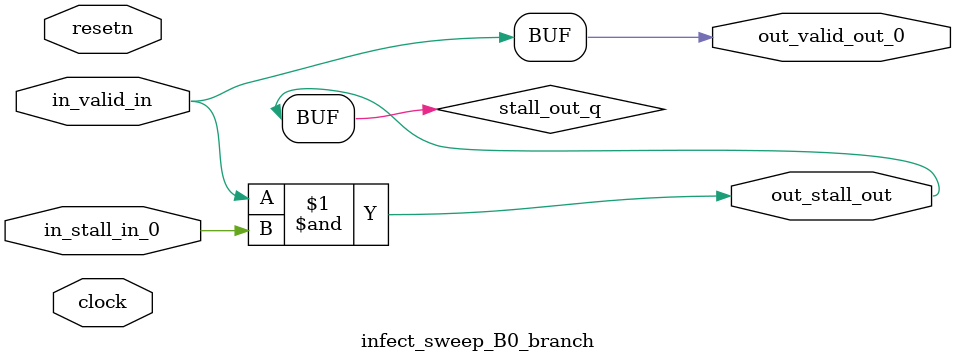
<source format=sv>



(* altera_attribute = "-name AUTO_SHIFT_REGISTER_RECOGNITION OFF; -name MESSAGE_DISABLE 10036; -name MESSAGE_DISABLE 10037; -name MESSAGE_DISABLE 14130; -name MESSAGE_DISABLE 14320; -name MESSAGE_DISABLE 15400; -name MESSAGE_DISABLE 14130; -name MESSAGE_DISABLE 10036; -name MESSAGE_DISABLE 12020; -name MESSAGE_DISABLE 12030; -name MESSAGE_DISABLE 12010; -name MESSAGE_DISABLE 12110; -name MESSAGE_DISABLE 14320; -name MESSAGE_DISABLE 13410; -name MESSAGE_DISABLE 113007; -name MESSAGE_DISABLE 10958" *)
module infect_sweep_B0_branch (
    input wire [0:0] in_stall_in_0,
    input wire [0:0] in_valid_in,
    output wire [0:0] out_stall_out,
    output wire [0:0] out_valid_out_0,
    input wire clock,
    input wire resetn
    );

    wire [0:0] stall_out_q;


    // stall_out(LOGICAL,6)
    assign stall_out_q = in_valid_in & in_stall_in_0;

    // out_stall_out(GPOUT,4)
    assign out_stall_out = stall_out_q;

    // out_valid_out_0(GPOUT,5)
    assign out_valid_out_0 = in_valid_in;

endmodule

</source>
